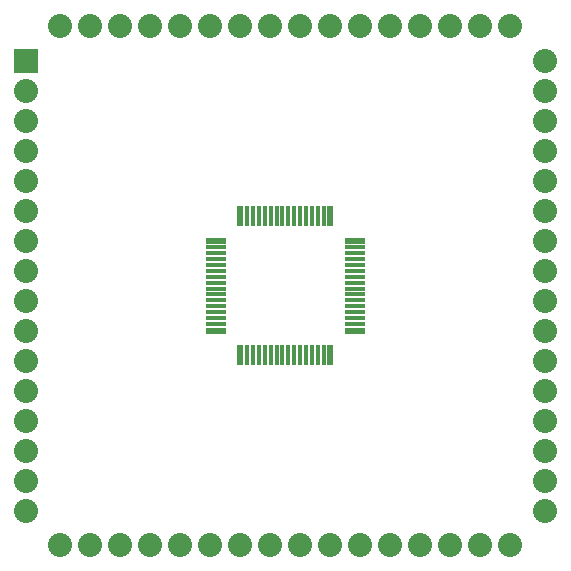
<source format=gts>
G75*
%MOIN*%
%OFA0B0*%
%FSLAX25Y25*%
%IPPOS*%
%LPD*%
%AMOC8*
5,1,8,0,0,1.08239X$1,22.5*
%
%ADD10R,0.08000X0.08000*%
%ADD11C,0.08000*%
%ADD12R,0.06506X0.02175*%
%ADD13R,0.06506X0.01702*%
%ADD14R,0.02175X0.06506*%
%ADD15R,0.01702X0.06506*%
D10*
X0006906Y0168520D03*
D11*
X0006906Y0018520D03*
X0006906Y0028520D03*
X0006906Y0038520D03*
X0006906Y0048520D03*
X0006906Y0058520D03*
X0006906Y0068520D03*
X0006906Y0078520D03*
X0006906Y0088520D03*
X0006906Y0098520D03*
X0006906Y0108520D03*
X0006906Y0118520D03*
X0006906Y0128520D03*
X0006906Y0138520D03*
X0006906Y0148520D03*
X0006906Y0158520D03*
X0018520Y0180134D03*
X0028520Y0180134D03*
X0038520Y0180134D03*
X0048520Y0180134D03*
X0058520Y0180134D03*
X0068520Y0180134D03*
X0078520Y0180134D03*
X0088520Y0180134D03*
X0098520Y0180134D03*
X0108520Y0180134D03*
X0118520Y0180134D03*
X0128520Y0180134D03*
X0138520Y0180134D03*
X0148520Y0180134D03*
X0158520Y0180134D03*
X0168520Y0180134D03*
X0180134Y0168520D03*
X0180134Y0158520D03*
X0180134Y0148520D03*
X0180134Y0138520D03*
X0180134Y0128520D03*
X0180134Y0118520D03*
X0180134Y0108520D03*
X0180134Y0098520D03*
X0180134Y0088520D03*
X0180134Y0078520D03*
X0180134Y0068520D03*
X0180134Y0058520D03*
X0180134Y0048520D03*
X0180134Y0038520D03*
X0180134Y0028520D03*
X0180134Y0018520D03*
X0168520Y0006906D03*
X0158520Y0006906D03*
X0148520Y0006906D03*
X0138520Y0006906D03*
X0128520Y0006906D03*
X0118520Y0006906D03*
X0108520Y0006906D03*
X0098520Y0006906D03*
X0088520Y0006906D03*
X0078520Y0006906D03*
X0068520Y0006906D03*
X0058520Y0006906D03*
X0048520Y0006906D03*
X0038520Y0006906D03*
X0028520Y0006906D03*
X0018520Y0006906D03*
D12*
X0070291Y0078520D03*
X0070291Y0108520D03*
X0116748Y0108520D03*
X0116748Y0078520D03*
D13*
X0116748Y0080724D03*
X0116748Y0082693D03*
X0116748Y0084661D03*
X0116748Y0086630D03*
X0116748Y0088598D03*
X0116748Y0090567D03*
X0116748Y0092535D03*
X0116748Y0094504D03*
X0116748Y0096472D03*
X0116748Y0098441D03*
X0116748Y0100409D03*
X0116748Y0102378D03*
X0116748Y0104346D03*
X0116748Y0106315D03*
X0070291Y0106315D03*
X0070291Y0104346D03*
X0070291Y0102378D03*
X0070291Y0100409D03*
X0070291Y0098441D03*
X0070291Y0096472D03*
X0070291Y0094504D03*
X0070291Y0092535D03*
X0070291Y0090567D03*
X0070291Y0088598D03*
X0070291Y0086630D03*
X0070291Y0084661D03*
X0070291Y0082693D03*
X0070291Y0080724D03*
D14*
X0078520Y0070291D03*
X0108520Y0070291D03*
X0108520Y0116748D03*
X0078520Y0116748D03*
D15*
X0080724Y0116748D03*
X0082693Y0116748D03*
X0084661Y0116748D03*
X0086630Y0116748D03*
X0088598Y0116748D03*
X0090567Y0116748D03*
X0092535Y0116748D03*
X0094504Y0116748D03*
X0096472Y0116748D03*
X0098441Y0116748D03*
X0100409Y0116748D03*
X0102378Y0116748D03*
X0104346Y0116748D03*
X0106315Y0116748D03*
X0106315Y0070291D03*
X0104346Y0070291D03*
X0102378Y0070291D03*
X0100409Y0070291D03*
X0098441Y0070291D03*
X0096472Y0070291D03*
X0094504Y0070291D03*
X0092535Y0070291D03*
X0090567Y0070291D03*
X0088598Y0070291D03*
X0086630Y0070291D03*
X0084661Y0070291D03*
X0082693Y0070291D03*
X0080724Y0070291D03*
M02*

</source>
